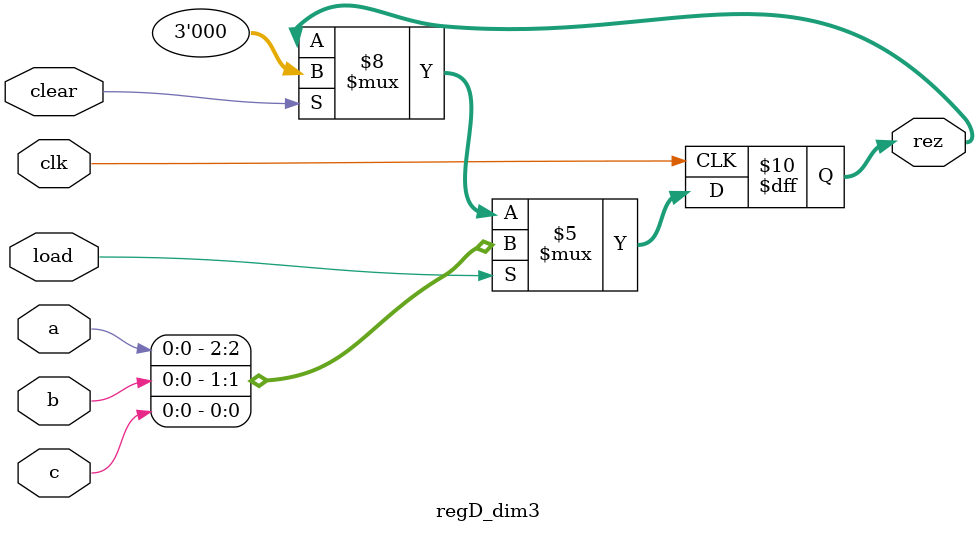
<source format=v>
`timescale 1ns / 1ps


module regD_dim3(input a, b, c, clk, load, clear, output [2:0]rez);
    reg [2:0] rez;

    always @(posedge clk)
        begin
            if (clear == 1) begin
                rez = 0;
            end
            
            if (load == 1) begin
                rez = {a, b, c};
            end
        end
endmodule

</source>
